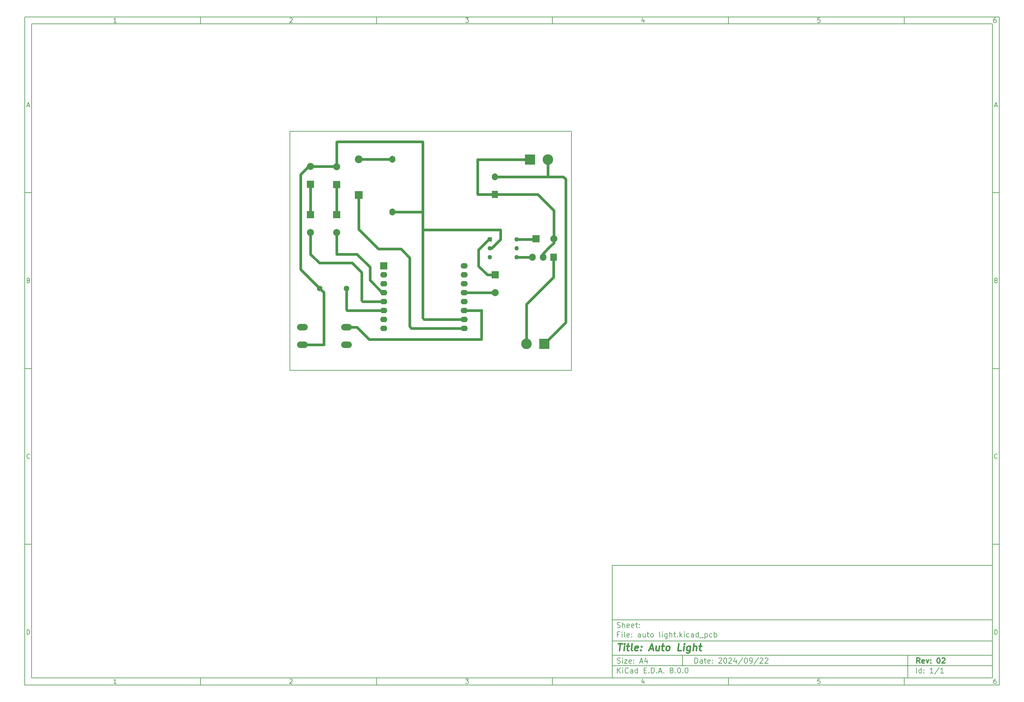
<source format=gbr>
%TF.GenerationSoftware,KiCad,Pcbnew,8.0.0*%
%TF.CreationDate,2024-09-22T00:05:50+06:00*%
%TF.ProjectId,auto light,6175746f-206c-4696-9768-742e6b696361,02*%
%TF.SameCoordinates,Original*%
%TF.FileFunction,Copper,L2,Bot*%
%TF.FilePolarity,Positive*%
%FSLAX46Y46*%
G04 Gerber Fmt 4.6, Leading zero omitted, Abs format (unit mm)*
G04 Created by KiCad (PCBNEW 8.0.0) date 2024-09-22 00:05:50*
%MOMM*%
%LPD*%
G01*
G04 APERTURE LIST*
%ADD10C,0.100000*%
%ADD11C,0.150000*%
%ADD12C,0.300000*%
%ADD13C,0.400000*%
%TA.AperFunction,NonConductor*%
%ADD14C,0.200000*%
%TD*%
%TA.AperFunction,ComponentPad*%
%ADD15R,2.000000X2.000000*%
%TD*%
%TA.AperFunction,ComponentPad*%
%ADD16O,2.000000X1.600000*%
%TD*%
%TA.AperFunction,ComponentPad*%
%ADD17C,2.000000*%
%TD*%
%TA.AperFunction,ComponentPad*%
%ADD18R,2.200000X2.200000*%
%TD*%
%TA.AperFunction,ComponentPad*%
%ADD19O,2.200000X2.200000*%
%TD*%
%TA.AperFunction,ComponentPad*%
%ADD20R,1.905000X2.000000*%
%TD*%
%TA.AperFunction,ComponentPad*%
%ADD21O,1.905000X2.000000*%
%TD*%
%TA.AperFunction,ComponentPad*%
%ADD22R,3.000000X3.000000*%
%TD*%
%TA.AperFunction,ComponentPad*%
%ADD23C,3.000000*%
%TD*%
%TA.AperFunction,ComponentPad*%
%ADD24O,3.048000X1.850000*%
%TD*%
%TA.AperFunction,ComponentPad*%
%ADD25C,1.600000*%
%TD*%
%TA.AperFunction,ComponentPad*%
%ADD26R,1.700000X2.000000*%
%TD*%
%TA.AperFunction,ComponentPad*%
%ADD27O,1.700000X2.000000*%
%TD*%
%TA.AperFunction,ComponentPad*%
%ADD28C,1.260000*%
%TD*%
%TA.AperFunction,ComponentPad*%
%ADD29R,1.260000X1.260000*%
%TD*%
%TA.AperFunction,Conductor*%
%ADD30C,0.760000*%
%TD*%
G04 APERTURE END LIST*
D10*
D11*
X177002200Y-166007200D02*
X285002200Y-166007200D01*
X285002200Y-198007200D01*
X177002200Y-198007200D01*
X177002200Y-166007200D01*
D10*
D11*
X10000000Y-10000000D02*
X287002200Y-10000000D01*
X287002200Y-200007200D01*
X10000000Y-200007200D01*
X10000000Y-10000000D01*
D10*
D11*
X12000000Y-12000000D02*
X285002200Y-12000000D01*
X285002200Y-198007200D01*
X12000000Y-198007200D01*
X12000000Y-12000000D01*
D10*
D11*
X60000000Y-12000000D02*
X60000000Y-10000000D01*
D10*
D11*
X110000000Y-12000000D02*
X110000000Y-10000000D01*
D10*
D11*
X160000000Y-12000000D02*
X160000000Y-10000000D01*
D10*
D11*
X210000000Y-12000000D02*
X210000000Y-10000000D01*
D10*
D11*
X260000000Y-12000000D02*
X260000000Y-10000000D01*
D10*
D11*
X36089160Y-11593604D02*
X35346303Y-11593604D01*
X35717731Y-11593604D02*
X35717731Y-10293604D01*
X35717731Y-10293604D02*
X35593922Y-10479319D01*
X35593922Y-10479319D02*
X35470112Y-10603128D01*
X35470112Y-10603128D02*
X35346303Y-10665033D01*
D10*
D11*
X85346303Y-10417414D02*
X85408207Y-10355509D01*
X85408207Y-10355509D02*
X85532017Y-10293604D01*
X85532017Y-10293604D02*
X85841541Y-10293604D01*
X85841541Y-10293604D02*
X85965350Y-10355509D01*
X85965350Y-10355509D02*
X86027255Y-10417414D01*
X86027255Y-10417414D02*
X86089160Y-10541223D01*
X86089160Y-10541223D02*
X86089160Y-10665033D01*
X86089160Y-10665033D02*
X86027255Y-10850747D01*
X86027255Y-10850747D02*
X85284398Y-11593604D01*
X85284398Y-11593604D02*
X86089160Y-11593604D01*
D10*
D11*
X135284398Y-10293604D02*
X136089160Y-10293604D01*
X136089160Y-10293604D02*
X135655826Y-10788842D01*
X135655826Y-10788842D02*
X135841541Y-10788842D01*
X135841541Y-10788842D02*
X135965350Y-10850747D01*
X135965350Y-10850747D02*
X136027255Y-10912652D01*
X136027255Y-10912652D02*
X136089160Y-11036461D01*
X136089160Y-11036461D02*
X136089160Y-11345985D01*
X136089160Y-11345985D02*
X136027255Y-11469795D01*
X136027255Y-11469795D02*
X135965350Y-11531700D01*
X135965350Y-11531700D02*
X135841541Y-11593604D01*
X135841541Y-11593604D02*
X135470112Y-11593604D01*
X135470112Y-11593604D02*
X135346303Y-11531700D01*
X135346303Y-11531700D02*
X135284398Y-11469795D01*
D10*
D11*
X185965350Y-10726938D02*
X185965350Y-11593604D01*
X185655826Y-10231700D02*
X185346303Y-11160271D01*
X185346303Y-11160271D02*
X186151064Y-11160271D01*
D10*
D11*
X236027255Y-10293604D02*
X235408207Y-10293604D01*
X235408207Y-10293604D02*
X235346303Y-10912652D01*
X235346303Y-10912652D02*
X235408207Y-10850747D01*
X235408207Y-10850747D02*
X235532017Y-10788842D01*
X235532017Y-10788842D02*
X235841541Y-10788842D01*
X235841541Y-10788842D02*
X235965350Y-10850747D01*
X235965350Y-10850747D02*
X236027255Y-10912652D01*
X236027255Y-10912652D02*
X236089160Y-11036461D01*
X236089160Y-11036461D02*
X236089160Y-11345985D01*
X236089160Y-11345985D02*
X236027255Y-11469795D01*
X236027255Y-11469795D02*
X235965350Y-11531700D01*
X235965350Y-11531700D02*
X235841541Y-11593604D01*
X235841541Y-11593604D02*
X235532017Y-11593604D01*
X235532017Y-11593604D02*
X235408207Y-11531700D01*
X235408207Y-11531700D02*
X235346303Y-11469795D01*
D10*
D11*
X285965350Y-10293604D02*
X285717731Y-10293604D01*
X285717731Y-10293604D02*
X285593922Y-10355509D01*
X285593922Y-10355509D02*
X285532017Y-10417414D01*
X285532017Y-10417414D02*
X285408207Y-10603128D01*
X285408207Y-10603128D02*
X285346303Y-10850747D01*
X285346303Y-10850747D02*
X285346303Y-11345985D01*
X285346303Y-11345985D02*
X285408207Y-11469795D01*
X285408207Y-11469795D02*
X285470112Y-11531700D01*
X285470112Y-11531700D02*
X285593922Y-11593604D01*
X285593922Y-11593604D02*
X285841541Y-11593604D01*
X285841541Y-11593604D02*
X285965350Y-11531700D01*
X285965350Y-11531700D02*
X286027255Y-11469795D01*
X286027255Y-11469795D02*
X286089160Y-11345985D01*
X286089160Y-11345985D02*
X286089160Y-11036461D01*
X286089160Y-11036461D02*
X286027255Y-10912652D01*
X286027255Y-10912652D02*
X285965350Y-10850747D01*
X285965350Y-10850747D02*
X285841541Y-10788842D01*
X285841541Y-10788842D02*
X285593922Y-10788842D01*
X285593922Y-10788842D02*
X285470112Y-10850747D01*
X285470112Y-10850747D02*
X285408207Y-10912652D01*
X285408207Y-10912652D02*
X285346303Y-11036461D01*
D10*
D11*
X60000000Y-198007200D02*
X60000000Y-200007200D01*
D10*
D11*
X110000000Y-198007200D02*
X110000000Y-200007200D01*
D10*
D11*
X160000000Y-198007200D02*
X160000000Y-200007200D01*
D10*
D11*
X210000000Y-198007200D02*
X210000000Y-200007200D01*
D10*
D11*
X260000000Y-198007200D02*
X260000000Y-200007200D01*
D10*
D11*
X36089160Y-199600804D02*
X35346303Y-199600804D01*
X35717731Y-199600804D02*
X35717731Y-198300804D01*
X35717731Y-198300804D02*
X35593922Y-198486519D01*
X35593922Y-198486519D02*
X35470112Y-198610328D01*
X35470112Y-198610328D02*
X35346303Y-198672233D01*
D10*
D11*
X85346303Y-198424614D02*
X85408207Y-198362709D01*
X85408207Y-198362709D02*
X85532017Y-198300804D01*
X85532017Y-198300804D02*
X85841541Y-198300804D01*
X85841541Y-198300804D02*
X85965350Y-198362709D01*
X85965350Y-198362709D02*
X86027255Y-198424614D01*
X86027255Y-198424614D02*
X86089160Y-198548423D01*
X86089160Y-198548423D02*
X86089160Y-198672233D01*
X86089160Y-198672233D02*
X86027255Y-198857947D01*
X86027255Y-198857947D02*
X85284398Y-199600804D01*
X85284398Y-199600804D02*
X86089160Y-199600804D01*
D10*
D11*
X135284398Y-198300804D02*
X136089160Y-198300804D01*
X136089160Y-198300804D02*
X135655826Y-198796042D01*
X135655826Y-198796042D02*
X135841541Y-198796042D01*
X135841541Y-198796042D02*
X135965350Y-198857947D01*
X135965350Y-198857947D02*
X136027255Y-198919852D01*
X136027255Y-198919852D02*
X136089160Y-199043661D01*
X136089160Y-199043661D02*
X136089160Y-199353185D01*
X136089160Y-199353185D02*
X136027255Y-199476995D01*
X136027255Y-199476995D02*
X135965350Y-199538900D01*
X135965350Y-199538900D02*
X135841541Y-199600804D01*
X135841541Y-199600804D02*
X135470112Y-199600804D01*
X135470112Y-199600804D02*
X135346303Y-199538900D01*
X135346303Y-199538900D02*
X135284398Y-199476995D01*
D10*
D11*
X185965350Y-198734138D02*
X185965350Y-199600804D01*
X185655826Y-198238900D02*
X185346303Y-199167471D01*
X185346303Y-199167471D02*
X186151064Y-199167471D01*
D10*
D11*
X236027255Y-198300804D02*
X235408207Y-198300804D01*
X235408207Y-198300804D02*
X235346303Y-198919852D01*
X235346303Y-198919852D02*
X235408207Y-198857947D01*
X235408207Y-198857947D02*
X235532017Y-198796042D01*
X235532017Y-198796042D02*
X235841541Y-198796042D01*
X235841541Y-198796042D02*
X235965350Y-198857947D01*
X235965350Y-198857947D02*
X236027255Y-198919852D01*
X236027255Y-198919852D02*
X236089160Y-199043661D01*
X236089160Y-199043661D02*
X236089160Y-199353185D01*
X236089160Y-199353185D02*
X236027255Y-199476995D01*
X236027255Y-199476995D02*
X235965350Y-199538900D01*
X235965350Y-199538900D02*
X235841541Y-199600804D01*
X235841541Y-199600804D02*
X235532017Y-199600804D01*
X235532017Y-199600804D02*
X235408207Y-199538900D01*
X235408207Y-199538900D02*
X235346303Y-199476995D01*
D10*
D11*
X285965350Y-198300804D02*
X285717731Y-198300804D01*
X285717731Y-198300804D02*
X285593922Y-198362709D01*
X285593922Y-198362709D02*
X285532017Y-198424614D01*
X285532017Y-198424614D02*
X285408207Y-198610328D01*
X285408207Y-198610328D02*
X285346303Y-198857947D01*
X285346303Y-198857947D02*
X285346303Y-199353185D01*
X285346303Y-199353185D02*
X285408207Y-199476995D01*
X285408207Y-199476995D02*
X285470112Y-199538900D01*
X285470112Y-199538900D02*
X285593922Y-199600804D01*
X285593922Y-199600804D02*
X285841541Y-199600804D01*
X285841541Y-199600804D02*
X285965350Y-199538900D01*
X285965350Y-199538900D02*
X286027255Y-199476995D01*
X286027255Y-199476995D02*
X286089160Y-199353185D01*
X286089160Y-199353185D02*
X286089160Y-199043661D01*
X286089160Y-199043661D02*
X286027255Y-198919852D01*
X286027255Y-198919852D02*
X285965350Y-198857947D01*
X285965350Y-198857947D02*
X285841541Y-198796042D01*
X285841541Y-198796042D02*
X285593922Y-198796042D01*
X285593922Y-198796042D02*
X285470112Y-198857947D01*
X285470112Y-198857947D02*
X285408207Y-198919852D01*
X285408207Y-198919852D02*
X285346303Y-199043661D01*
D10*
D11*
X10000000Y-60000000D02*
X12000000Y-60000000D01*
D10*
D11*
X10000000Y-110000000D02*
X12000000Y-110000000D01*
D10*
D11*
X10000000Y-160000000D02*
X12000000Y-160000000D01*
D10*
D11*
X10690476Y-35222176D02*
X11309523Y-35222176D01*
X10566666Y-35593604D02*
X10999999Y-34293604D01*
X10999999Y-34293604D02*
X11433333Y-35593604D01*
D10*
D11*
X11092857Y-84912652D02*
X11278571Y-84974557D01*
X11278571Y-84974557D02*
X11340476Y-85036461D01*
X11340476Y-85036461D02*
X11402380Y-85160271D01*
X11402380Y-85160271D02*
X11402380Y-85345985D01*
X11402380Y-85345985D02*
X11340476Y-85469795D01*
X11340476Y-85469795D02*
X11278571Y-85531700D01*
X11278571Y-85531700D02*
X11154761Y-85593604D01*
X11154761Y-85593604D02*
X10659523Y-85593604D01*
X10659523Y-85593604D02*
X10659523Y-84293604D01*
X10659523Y-84293604D02*
X11092857Y-84293604D01*
X11092857Y-84293604D02*
X11216666Y-84355509D01*
X11216666Y-84355509D02*
X11278571Y-84417414D01*
X11278571Y-84417414D02*
X11340476Y-84541223D01*
X11340476Y-84541223D02*
X11340476Y-84665033D01*
X11340476Y-84665033D02*
X11278571Y-84788842D01*
X11278571Y-84788842D02*
X11216666Y-84850747D01*
X11216666Y-84850747D02*
X11092857Y-84912652D01*
X11092857Y-84912652D02*
X10659523Y-84912652D01*
D10*
D11*
X11402380Y-135469795D02*
X11340476Y-135531700D01*
X11340476Y-135531700D02*
X11154761Y-135593604D01*
X11154761Y-135593604D02*
X11030952Y-135593604D01*
X11030952Y-135593604D02*
X10845238Y-135531700D01*
X10845238Y-135531700D02*
X10721428Y-135407890D01*
X10721428Y-135407890D02*
X10659523Y-135284080D01*
X10659523Y-135284080D02*
X10597619Y-135036461D01*
X10597619Y-135036461D02*
X10597619Y-134850747D01*
X10597619Y-134850747D02*
X10659523Y-134603128D01*
X10659523Y-134603128D02*
X10721428Y-134479319D01*
X10721428Y-134479319D02*
X10845238Y-134355509D01*
X10845238Y-134355509D02*
X11030952Y-134293604D01*
X11030952Y-134293604D02*
X11154761Y-134293604D01*
X11154761Y-134293604D02*
X11340476Y-134355509D01*
X11340476Y-134355509D02*
X11402380Y-134417414D01*
D10*
D11*
X10659523Y-185593604D02*
X10659523Y-184293604D01*
X10659523Y-184293604D02*
X10969047Y-184293604D01*
X10969047Y-184293604D02*
X11154761Y-184355509D01*
X11154761Y-184355509D02*
X11278571Y-184479319D01*
X11278571Y-184479319D02*
X11340476Y-184603128D01*
X11340476Y-184603128D02*
X11402380Y-184850747D01*
X11402380Y-184850747D02*
X11402380Y-185036461D01*
X11402380Y-185036461D02*
X11340476Y-185284080D01*
X11340476Y-185284080D02*
X11278571Y-185407890D01*
X11278571Y-185407890D02*
X11154761Y-185531700D01*
X11154761Y-185531700D02*
X10969047Y-185593604D01*
X10969047Y-185593604D02*
X10659523Y-185593604D01*
D10*
D11*
X287002200Y-60000000D02*
X285002200Y-60000000D01*
D10*
D11*
X287002200Y-110000000D02*
X285002200Y-110000000D01*
D10*
D11*
X287002200Y-160000000D02*
X285002200Y-160000000D01*
D10*
D11*
X285692676Y-35222176D02*
X286311723Y-35222176D01*
X285568866Y-35593604D02*
X286002199Y-34293604D01*
X286002199Y-34293604D02*
X286435533Y-35593604D01*
D10*
D11*
X286095057Y-84912652D02*
X286280771Y-84974557D01*
X286280771Y-84974557D02*
X286342676Y-85036461D01*
X286342676Y-85036461D02*
X286404580Y-85160271D01*
X286404580Y-85160271D02*
X286404580Y-85345985D01*
X286404580Y-85345985D02*
X286342676Y-85469795D01*
X286342676Y-85469795D02*
X286280771Y-85531700D01*
X286280771Y-85531700D02*
X286156961Y-85593604D01*
X286156961Y-85593604D02*
X285661723Y-85593604D01*
X285661723Y-85593604D02*
X285661723Y-84293604D01*
X285661723Y-84293604D02*
X286095057Y-84293604D01*
X286095057Y-84293604D02*
X286218866Y-84355509D01*
X286218866Y-84355509D02*
X286280771Y-84417414D01*
X286280771Y-84417414D02*
X286342676Y-84541223D01*
X286342676Y-84541223D02*
X286342676Y-84665033D01*
X286342676Y-84665033D02*
X286280771Y-84788842D01*
X286280771Y-84788842D02*
X286218866Y-84850747D01*
X286218866Y-84850747D02*
X286095057Y-84912652D01*
X286095057Y-84912652D02*
X285661723Y-84912652D01*
D10*
D11*
X286404580Y-135469795D02*
X286342676Y-135531700D01*
X286342676Y-135531700D02*
X286156961Y-135593604D01*
X286156961Y-135593604D02*
X286033152Y-135593604D01*
X286033152Y-135593604D02*
X285847438Y-135531700D01*
X285847438Y-135531700D02*
X285723628Y-135407890D01*
X285723628Y-135407890D02*
X285661723Y-135284080D01*
X285661723Y-135284080D02*
X285599819Y-135036461D01*
X285599819Y-135036461D02*
X285599819Y-134850747D01*
X285599819Y-134850747D02*
X285661723Y-134603128D01*
X285661723Y-134603128D02*
X285723628Y-134479319D01*
X285723628Y-134479319D02*
X285847438Y-134355509D01*
X285847438Y-134355509D02*
X286033152Y-134293604D01*
X286033152Y-134293604D02*
X286156961Y-134293604D01*
X286156961Y-134293604D02*
X286342676Y-134355509D01*
X286342676Y-134355509D02*
X286404580Y-134417414D01*
D10*
D11*
X285661723Y-185593604D02*
X285661723Y-184293604D01*
X285661723Y-184293604D02*
X285971247Y-184293604D01*
X285971247Y-184293604D02*
X286156961Y-184355509D01*
X286156961Y-184355509D02*
X286280771Y-184479319D01*
X286280771Y-184479319D02*
X286342676Y-184603128D01*
X286342676Y-184603128D02*
X286404580Y-184850747D01*
X286404580Y-184850747D02*
X286404580Y-185036461D01*
X286404580Y-185036461D02*
X286342676Y-185284080D01*
X286342676Y-185284080D02*
X286280771Y-185407890D01*
X286280771Y-185407890D02*
X286156961Y-185531700D01*
X286156961Y-185531700D02*
X285971247Y-185593604D01*
X285971247Y-185593604D02*
X285661723Y-185593604D01*
D10*
D11*
X200458026Y-193793328D02*
X200458026Y-192293328D01*
X200458026Y-192293328D02*
X200815169Y-192293328D01*
X200815169Y-192293328D02*
X201029455Y-192364757D01*
X201029455Y-192364757D02*
X201172312Y-192507614D01*
X201172312Y-192507614D02*
X201243741Y-192650471D01*
X201243741Y-192650471D02*
X201315169Y-192936185D01*
X201315169Y-192936185D02*
X201315169Y-193150471D01*
X201315169Y-193150471D02*
X201243741Y-193436185D01*
X201243741Y-193436185D02*
X201172312Y-193579042D01*
X201172312Y-193579042D02*
X201029455Y-193721900D01*
X201029455Y-193721900D02*
X200815169Y-193793328D01*
X200815169Y-193793328D02*
X200458026Y-193793328D01*
X202600884Y-193793328D02*
X202600884Y-193007614D01*
X202600884Y-193007614D02*
X202529455Y-192864757D01*
X202529455Y-192864757D02*
X202386598Y-192793328D01*
X202386598Y-192793328D02*
X202100884Y-192793328D01*
X202100884Y-192793328D02*
X201958026Y-192864757D01*
X202600884Y-193721900D02*
X202458026Y-193793328D01*
X202458026Y-193793328D02*
X202100884Y-193793328D01*
X202100884Y-193793328D02*
X201958026Y-193721900D01*
X201958026Y-193721900D02*
X201886598Y-193579042D01*
X201886598Y-193579042D02*
X201886598Y-193436185D01*
X201886598Y-193436185D02*
X201958026Y-193293328D01*
X201958026Y-193293328D02*
X202100884Y-193221900D01*
X202100884Y-193221900D02*
X202458026Y-193221900D01*
X202458026Y-193221900D02*
X202600884Y-193150471D01*
X203100884Y-192793328D02*
X203672312Y-192793328D01*
X203315169Y-192293328D02*
X203315169Y-193579042D01*
X203315169Y-193579042D02*
X203386598Y-193721900D01*
X203386598Y-193721900D02*
X203529455Y-193793328D01*
X203529455Y-193793328D02*
X203672312Y-193793328D01*
X204743741Y-193721900D02*
X204600884Y-193793328D01*
X204600884Y-193793328D02*
X204315170Y-193793328D01*
X204315170Y-193793328D02*
X204172312Y-193721900D01*
X204172312Y-193721900D02*
X204100884Y-193579042D01*
X204100884Y-193579042D02*
X204100884Y-193007614D01*
X204100884Y-193007614D02*
X204172312Y-192864757D01*
X204172312Y-192864757D02*
X204315170Y-192793328D01*
X204315170Y-192793328D02*
X204600884Y-192793328D01*
X204600884Y-192793328D02*
X204743741Y-192864757D01*
X204743741Y-192864757D02*
X204815170Y-193007614D01*
X204815170Y-193007614D02*
X204815170Y-193150471D01*
X204815170Y-193150471D02*
X204100884Y-193293328D01*
X205458026Y-193650471D02*
X205529455Y-193721900D01*
X205529455Y-193721900D02*
X205458026Y-193793328D01*
X205458026Y-193793328D02*
X205386598Y-193721900D01*
X205386598Y-193721900D02*
X205458026Y-193650471D01*
X205458026Y-193650471D02*
X205458026Y-193793328D01*
X205458026Y-192864757D02*
X205529455Y-192936185D01*
X205529455Y-192936185D02*
X205458026Y-193007614D01*
X205458026Y-193007614D02*
X205386598Y-192936185D01*
X205386598Y-192936185D02*
X205458026Y-192864757D01*
X205458026Y-192864757D02*
X205458026Y-193007614D01*
X207243741Y-192436185D02*
X207315169Y-192364757D01*
X207315169Y-192364757D02*
X207458027Y-192293328D01*
X207458027Y-192293328D02*
X207815169Y-192293328D01*
X207815169Y-192293328D02*
X207958027Y-192364757D01*
X207958027Y-192364757D02*
X208029455Y-192436185D01*
X208029455Y-192436185D02*
X208100884Y-192579042D01*
X208100884Y-192579042D02*
X208100884Y-192721900D01*
X208100884Y-192721900D02*
X208029455Y-192936185D01*
X208029455Y-192936185D02*
X207172312Y-193793328D01*
X207172312Y-193793328D02*
X208100884Y-193793328D01*
X209029455Y-192293328D02*
X209172312Y-192293328D01*
X209172312Y-192293328D02*
X209315169Y-192364757D01*
X209315169Y-192364757D02*
X209386598Y-192436185D01*
X209386598Y-192436185D02*
X209458026Y-192579042D01*
X209458026Y-192579042D02*
X209529455Y-192864757D01*
X209529455Y-192864757D02*
X209529455Y-193221900D01*
X209529455Y-193221900D02*
X209458026Y-193507614D01*
X209458026Y-193507614D02*
X209386598Y-193650471D01*
X209386598Y-193650471D02*
X209315169Y-193721900D01*
X209315169Y-193721900D02*
X209172312Y-193793328D01*
X209172312Y-193793328D02*
X209029455Y-193793328D01*
X209029455Y-193793328D02*
X208886598Y-193721900D01*
X208886598Y-193721900D02*
X208815169Y-193650471D01*
X208815169Y-193650471D02*
X208743740Y-193507614D01*
X208743740Y-193507614D02*
X208672312Y-193221900D01*
X208672312Y-193221900D02*
X208672312Y-192864757D01*
X208672312Y-192864757D02*
X208743740Y-192579042D01*
X208743740Y-192579042D02*
X208815169Y-192436185D01*
X208815169Y-192436185D02*
X208886598Y-192364757D01*
X208886598Y-192364757D02*
X209029455Y-192293328D01*
X210100883Y-192436185D02*
X210172311Y-192364757D01*
X210172311Y-192364757D02*
X210315169Y-192293328D01*
X210315169Y-192293328D02*
X210672311Y-192293328D01*
X210672311Y-192293328D02*
X210815169Y-192364757D01*
X210815169Y-192364757D02*
X210886597Y-192436185D01*
X210886597Y-192436185D02*
X210958026Y-192579042D01*
X210958026Y-192579042D02*
X210958026Y-192721900D01*
X210958026Y-192721900D02*
X210886597Y-192936185D01*
X210886597Y-192936185D02*
X210029454Y-193793328D01*
X210029454Y-193793328D02*
X210958026Y-193793328D01*
X212243740Y-192793328D02*
X212243740Y-193793328D01*
X211886597Y-192221900D02*
X211529454Y-193293328D01*
X211529454Y-193293328D02*
X212458025Y-193293328D01*
X214100882Y-192221900D02*
X212815168Y-194150471D01*
X214886597Y-192293328D02*
X215029454Y-192293328D01*
X215029454Y-192293328D02*
X215172311Y-192364757D01*
X215172311Y-192364757D02*
X215243740Y-192436185D01*
X215243740Y-192436185D02*
X215315168Y-192579042D01*
X215315168Y-192579042D02*
X215386597Y-192864757D01*
X215386597Y-192864757D02*
X215386597Y-193221900D01*
X215386597Y-193221900D02*
X215315168Y-193507614D01*
X215315168Y-193507614D02*
X215243740Y-193650471D01*
X215243740Y-193650471D02*
X215172311Y-193721900D01*
X215172311Y-193721900D02*
X215029454Y-193793328D01*
X215029454Y-193793328D02*
X214886597Y-193793328D01*
X214886597Y-193793328D02*
X214743740Y-193721900D01*
X214743740Y-193721900D02*
X214672311Y-193650471D01*
X214672311Y-193650471D02*
X214600882Y-193507614D01*
X214600882Y-193507614D02*
X214529454Y-193221900D01*
X214529454Y-193221900D02*
X214529454Y-192864757D01*
X214529454Y-192864757D02*
X214600882Y-192579042D01*
X214600882Y-192579042D02*
X214672311Y-192436185D01*
X214672311Y-192436185D02*
X214743740Y-192364757D01*
X214743740Y-192364757D02*
X214886597Y-192293328D01*
X216100882Y-193793328D02*
X216386596Y-193793328D01*
X216386596Y-193793328D02*
X216529453Y-193721900D01*
X216529453Y-193721900D02*
X216600882Y-193650471D01*
X216600882Y-193650471D02*
X216743739Y-193436185D01*
X216743739Y-193436185D02*
X216815168Y-193150471D01*
X216815168Y-193150471D02*
X216815168Y-192579042D01*
X216815168Y-192579042D02*
X216743739Y-192436185D01*
X216743739Y-192436185D02*
X216672311Y-192364757D01*
X216672311Y-192364757D02*
X216529453Y-192293328D01*
X216529453Y-192293328D02*
X216243739Y-192293328D01*
X216243739Y-192293328D02*
X216100882Y-192364757D01*
X216100882Y-192364757D02*
X216029453Y-192436185D01*
X216029453Y-192436185D02*
X215958025Y-192579042D01*
X215958025Y-192579042D02*
X215958025Y-192936185D01*
X215958025Y-192936185D02*
X216029453Y-193079042D01*
X216029453Y-193079042D02*
X216100882Y-193150471D01*
X216100882Y-193150471D02*
X216243739Y-193221900D01*
X216243739Y-193221900D02*
X216529453Y-193221900D01*
X216529453Y-193221900D02*
X216672311Y-193150471D01*
X216672311Y-193150471D02*
X216743739Y-193079042D01*
X216743739Y-193079042D02*
X216815168Y-192936185D01*
X218529453Y-192221900D02*
X217243739Y-194150471D01*
X218958025Y-192436185D02*
X219029453Y-192364757D01*
X219029453Y-192364757D02*
X219172311Y-192293328D01*
X219172311Y-192293328D02*
X219529453Y-192293328D01*
X219529453Y-192293328D02*
X219672311Y-192364757D01*
X219672311Y-192364757D02*
X219743739Y-192436185D01*
X219743739Y-192436185D02*
X219815168Y-192579042D01*
X219815168Y-192579042D02*
X219815168Y-192721900D01*
X219815168Y-192721900D02*
X219743739Y-192936185D01*
X219743739Y-192936185D02*
X218886596Y-193793328D01*
X218886596Y-193793328D02*
X219815168Y-193793328D01*
X220386596Y-192436185D02*
X220458024Y-192364757D01*
X220458024Y-192364757D02*
X220600882Y-192293328D01*
X220600882Y-192293328D02*
X220958024Y-192293328D01*
X220958024Y-192293328D02*
X221100882Y-192364757D01*
X221100882Y-192364757D02*
X221172310Y-192436185D01*
X221172310Y-192436185D02*
X221243739Y-192579042D01*
X221243739Y-192579042D02*
X221243739Y-192721900D01*
X221243739Y-192721900D02*
X221172310Y-192936185D01*
X221172310Y-192936185D02*
X220315167Y-193793328D01*
X220315167Y-193793328D02*
X221243739Y-193793328D01*
D10*
D11*
X177002200Y-194507200D02*
X285002200Y-194507200D01*
D10*
D11*
X178458026Y-196593328D02*
X178458026Y-195093328D01*
X179315169Y-196593328D02*
X178672312Y-195736185D01*
X179315169Y-195093328D02*
X178458026Y-195950471D01*
X179958026Y-196593328D02*
X179958026Y-195593328D01*
X179958026Y-195093328D02*
X179886598Y-195164757D01*
X179886598Y-195164757D02*
X179958026Y-195236185D01*
X179958026Y-195236185D02*
X180029455Y-195164757D01*
X180029455Y-195164757D02*
X179958026Y-195093328D01*
X179958026Y-195093328D02*
X179958026Y-195236185D01*
X181529455Y-196450471D02*
X181458027Y-196521900D01*
X181458027Y-196521900D02*
X181243741Y-196593328D01*
X181243741Y-196593328D02*
X181100884Y-196593328D01*
X181100884Y-196593328D02*
X180886598Y-196521900D01*
X180886598Y-196521900D02*
X180743741Y-196379042D01*
X180743741Y-196379042D02*
X180672312Y-196236185D01*
X180672312Y-196236185D02*
X180600884Y-195950471D01*
X180600884Y-195950471D02*
X180600884Y-195736185D01*
X180600884Y-195736185D02*
X180672312Y-195450471D01*
X180672312Y-195450471D02*
X180743741Y-195307614D01*
X180743741Y-195307614D02*
X180886598Y-195164757D01*
X180886598Y-195164757D02*
X181100884Y-195093328D01*
X181100884Y-195093328D02*
X181243741Y-195093328D01*
X181243741Y-195093328D02*
X181458027Y-195164757D01*
X181458027Y-195164757D02*
X181529455Y-195236185D01*
X182815170Y-196593328D02*
X182815170Y-195807614D01*
X182815170Y-195807614D02*
X182743741Y-195664757D01*
X182743741Y-195664757D02*
X182600884Y-195593328D01*
X182600884Y-195593328D02*
X182315170Y-195593328D01*
X182315170Y-195593328D02*
X182172312Y-195664757D01*
X182815170Y-196521900D02*
X182672312Y-196593328D01*
X182672312Y-196593328D02*
X182315170Y-196593328D01*
X182315170Y-196593328D02*
X182172312Y-196521900D01*
X182172312Y-196521900D02*
X182100884Y-196379042D01*
X182100884Y-196379042D02*
X182100884Y-196236185D01*
X182100884Y-196236185D02*
X182172312Y-196093328D01*
X182172312Y-196093328D02*
X182315170Y-196021900D01*
X182315170Y-196021900D02*
X182672312Y-196021900D01*
X182672312Y-196021900D02*
X182815170Y-195950471D01*
X184172313Y-196593328D02*
X184172313Y-195093328D01*
X184172313Y-196521900D02*
X184029455Y-196593328D01*
X184029455Y-196593328D02*
X183743741Y-196593328D01*
X183743741Y-196593328D02*
X183600884Y-196521900D01*
X183600884Y-196521900D02*
X183529455Y-196450471D01*
X183529455Y-196450471D02*
X183458027Y-196307614D01*
X183458027Y-196307614D02*
X183458027Y-195879042D01*
X183458027Y-195879042D02*
X183529455Y-195736185D01*
X183529455Y-195736185D02*
X183600884Y-195664757D01*
X183600884Y-195664757D02*
X183743741Y-195593328D01*
X183743741Y-195593328D02*
X184029455Y-195593328D01*
X184029455Y-195593328D02*
X184172313Y-195664757D01*
X186029455Y-195807614D02*
X186529455Y-195807614D01*
X186743741Y-196593328D02*
X186029455Y-196593328D01*
X186029455Y-196593328D02*
X186029455Y-195093328D01*
X186029455Y-195093328D02*
X186743741Y-195093328D01*
X187386598Y-196450471D02*
X187458027Y-196521900D01*
X187458027Y-196521900D02*
X187386598Y-196593328D01*
X187386598Y-196593328D02*
X187315170Y-196521900D01*
X187315170Y-196521900D02*
X187386598Y-196450471D01*
X187386598Y-196450471D02*
X187386598Y-196593328D01*
X188100884Y-196593328D02*
X188100884Y-195093328D01*
X188100884Y-195093328D02*
X188458027Y-195093328D01*
X188458027Y-195093328D02*
X188672313Y-195164757D01*
X188672313Y-195164757D02*
X188815170Y-195307614D01*
X188815170Y-195307614D02*
X188886599Y-195450471D01*
X188886599Y-195450471D02*
X188958027Y-195736185D01*
X188958027Y-195736185D02*
X188958027Y-195950471D01*
X188958027Y-195950471D02*
X188886599Y-196236185D01*
X188886599Y-196236185D02*
X188815170Y-196379042D01*
X188815170Y-196379042D02*
X188672313Y-196521900D01*
X188672313Y-196521900D02*
X188458027Y-196593328D01*
X188458027Y-196593328D02*
X188100884Y-196593328D01*
X189600884Y-196450471D02*
X189672313Y-196521900D01*
X189672313Y-196521900D02*
X189600884Y-196593328D01*
X189600884Y-196593328D02*
X189529456Y-196521900D01*
X189529456Y-196521900D02*
X189600884Y-196450471D01*
X189600884Y-196450471D02*
X189600884Y-196593328D01*
X190243742Y-196164757D02*
X190958028Y-196164757D01*
X190100885Y-196593328D02*
X190600885Y-195093328D01*
X190600885Y-195093328D02*
X191100885Y-196593328D01*
X191600884Y-196450471D02*
X191672313Y-196521900D01*
X191672313Y-196521900D02*
X191600884Y-196593328D01*
X191600884Y-196593328D02*
X191529456Y-196521900D01*
X191529456Y-196521900D02*
X191600884Y-196450471D01*
X191600884Y-196450471D02*
X191600884Y-196593328D01*
X193672313Y-195736185D02*
X193529456Y-195664757D01*
X193529456Y-195664757D02*
X193458027Y-195593328D01*
X193458027Y-195593328D02*
X193386599Y-195450471D01*
X193386599Y-195450471D02*
X193386599Y-195379042D01*
X193386599Y-195379042D02*
X193458027Y-195236185D01*
X193458027Y-195236185D02*
X193529456Y-195164757D01*
X193529456Y-195164757D02*
X193672313Y-195093328D01*
X193672313Y-195093328D02*
X193958027Y-195093328D01*
X193958027Y-195093328D02*
X194100885Y-195164757D01*
X194100885Y-195164757D02*
X194172313Y-195236185D01*
X194172313Y-195236185D02*
X194243742Y-195379042D01*
X194243742Y-195379042D02*
X194243742Y-195450471D01*
X194243742Y-195450471D02*
X194172313Y-195593328D01*
X194172313Y-195593328D02*
X194100885Y-195664757D01*
X194100885Y-195664757D02*
X193958027Y-195736185D01*
X193958027Y-195736185D02*
X193672313Y-195736185D01*
X193672313Y-195736185D02*
X193529456Y-195807614D01*
X193529456Y-195807614D02*
X193458027Y-195879042D01*
X193458027Y-195879042D02*
X193386599Y-196021900D01*
X193386599Y-196021900D02*
X193386599Y-196307614D01*
X193386599Y-196307614D02*
X193458027Y-196450471D01*
X193458027Y-196450471D02*
X193529456Y-196521900D01*
X193529456Y-196521900D02*
X193672313Y-196593328D01*
X193672313Y-196593328D02*
X193958027Y-196593328D01*
X193958027Y-196593328D02*
X194100885Y-196521900D01*
X194100885Y-196521900D02*
X194172313Y-196450471D01*
X194172313Y-196450471D02*
X194243742Y-196307614D01*
X194243742Y-196307614D02*
X194243742Y-196021900D01*
X194243742Y-196021900D02*
X194172313Y-195879042D01*
X194172313Y-195879042D02*
X194100885Y-195807614D01*
X194100885Y-195807614D02*
X193958027Y-195736185D01*
X194886598Y-196450471D02*
X194958027Y-196521900D01*
X194958027Y-196521900D02*
X194886598Y-196593328D01*
X194886598Y-196593328D02*
X194815170Y-196521900D01*
X194815170Y-196521900D02*
X194886598Y-196450471D01*
X194886598Y-196450471D02*
X194886598Y-196593328D01*
X195886599Y-195093328D02*
X196029456Y-195093328D01*
X196029456Y-195093328D02*
X196172313Y-195164757D01*
X196172313Y-195164757D02*
X196243742Y-195236185D01*
X196243742Y-195236185D02*
X196315170Y-195379042D01*
X196315170Y-195379042D02*
X196386599Y-195664757D01*
X196386599Y-195664757D02*
X196386599Y-196021900D01*
X196386599Y-196021900D02*
X196315170Y-196307614D01*
X196315170Y-196307614D02*
X196243742Y-196450471D01*
X196243742Y-196450471D02*
X196172313Y-196521900D01*
X196172313Y-196521900D02*
X196029456Y-196593328D01*
X196029456Y-196593328D02*
X195886599Y-196593328D01*
X195886599Y-196593328D02*
X195743742Y-196521900D01*
X195743742Y-196521900D02*
X195672313Y-196450471D01*
X195672313Y-196450471D02*
X195600884Y-196307614D01*
X195600884Y-196307614D02*
X195529456Y-196021900D01*
X195529456Y-196021900D02*
X195529456Y-195664757D01*
X195529456Y-195664757D02*
X195600884Y-195379042D01*
X195600884Y-195379042D02*
X195672313Y-195236185D01*
X195672313Y-195236185D02*
X195743742Y-195164757D01*
X195743742Y-195164757D02*
X195886599Y-195093328D01*
X197029455Y-196450471D02*
X197100884Y-196521900D01*
X197100884Y-196521900D02*
X197029455Y-196593328D01*
X197029455Y-196593328D02*
X196958027Y-196521900D01*
X196958027Y-196521900D02*
X197029455Y-196450471D01*
X197029455Y-196450471D02*
X197029455Y-196593328D01*
X198029456Y-195093328D02*
X198172313Y-195093328D01*
X198172313Y-195093328D02*
X198315170Y-195164757D01*
X198315170Y-195164757D02*
X198386599Y-195236185D01*
X198386599Y-195236185D02*
X198458027Y-195379042D01*
X198458027Y-195379042D02*
X198529456Y-195664757D01*
X198529456Y-195664757D02*
X198529456Y-196021900D01*
X198529456Y-196021900D02*
X198458027Y-196307614D01*
X198458027Y-196307614D02*
X198386599Y-196450471D01*
X198386599Y-196450471D02*
X198315170Y-196521900D01*
X198315170Y-196521900D02*
X198172313Y-196593328D01*
X198172313Y-196593328D02*
X198029456Y-196593328D01*
X198029456Y-196593328D02*
X197886599Y-196521900D01*
X197886599Y-196521900D02*
X197815170Y-196450471D01*
X197815170Y-196450471D02*
X197743741Y-196307614D01*
X197743741Y-196307614D02*
X197672313Y-196021900D01*
X197672313Y-196021900D02*
X197672313Y-195664757D01*
X197672313Y-195664757D02*
X197743741Y-195379042D01*
X197743741Y-195379042D02*
X197815170Y-195236185D01*
X197815170Y-195236185D02*
X197886599Y-195164757D01*
X197886599Y-195164757D02*
X198029456Y-195093328D01*
D10*
D11*
X177002200Y-191507200D02*
X285002200Y-191507200D01*
D10*
D12*
X264413853Y-193785528D02*
X263913853Y-193071242D01*
X263556710Y-193785528D02*
X263556710Y-192285528D01*
X263556710Y-192285528D02*
X264128139Y-192285528D01*
X264128139Y-192285528D02*
X264270996Y-192356957D01*
X264270996Y-192356957D02*
X264342425Y-192428385D01*
X264342425Y-192428385D02*
X264413853Y-192571242D01*
X264413853Y-192571242D02*
X264413853Y-192785528D01*
X264413853Y-192785528D02*
X264342425Y-192928385D01*
X264342425Y-192928385D02*
X264270996Y-192999814D01*
X264270996Y-192999814D02*
X264128139Y-193071242D01*
X264128139Y-193071242D02*
X263556710Y-193071242D01*
X265628139Y-193714100D02*
X265485282Y-193785528D01*
X265485282Y-193785528D02*
X265199568Y-193785528D01*
X265199568Y-193785528D02*
X265056710Y-193714100D01*
X265056710Y-193714100D02*
X264985282Y-193571242D01*
X264985282Y-193571242D02*
X264985282Y-192999814D01*
X264985282Y-192999814D02*
X265056710Y-192856957D01*
X265056710Y-192856957D02*
X265199568Y-192785528D01*
X265199568Y-192785528D02*
X265485282Y-192785528D01*
X265485282Y-192785528D02*
X265628139Y-192856957D01*
X265628139Y-192856957D02*
X265699568Y-192999814D01*
X265699568Y-192999814D02*
X265699568Y-193142671D01*
X265699568Y-193142671D02*
X264985282Y-193285528D01*
X266199567Y-192785528D02*
X266556710Y-193785528D01*
X266556710Y-193785528D02*
X266913853Y-192785528D01*
X267485281Y-193642671D02*
X267556710Y-193714100D01*
X267556710Y-193714100D02*
X267485281Y-193785528D01*
X267485281Y-193785528D02*
X267413853Y-193714100D01*
X267413853Y-193714100D02*
X267485281Y-193642671D01*
X267485281Y-193642671D02*
X267485281Y-193785528D01*
X267485281Y-192856957D02*
X267556710Y-192928385D01*
X267556710Y-192928385D02*
X267485281Y-192999814D01*
X267485281Y-192999814D02*
X267413853Y-192928385D01*
X267413853Y-192928385D02*
X267485281Y-192856957D01*
X267485281Y-192856957D02*
X267485281Y-192999814D01*
X269628139Y-192285528D02*
X269770996Y-192285528D01*
X269770996Y-192285528D02*
X269913853Y-192356957D01*
X269913853Y-192356957D02*
X269985282Y-192428385D01*
X269985282Y-192428385D02*
X270056710Y-192571242D01*
X270056710Y-192571242D02*
X270128139Y-192856957D01*
X270128139Y-192856957D02*
X270128139Y-193214100D01*
X270128139Y-193214100D02*
X270056710Y-193499814D01*
X270056710Y-193499814D02*
X269985282Y-193642671D01*
X269985282Y-193642671D02*
X269913853Y-193714100D01*
X269913853Y-193714100D02*
X269770996Y-193785528D01*
X269770996Y-193785528D02*
X269628139Y-193785528D01*
X269628139Y-193785528D02*
X269485282Y-193714100D01*
X269485282Y-193714100D02*
X269413853Y-193642671D01*
X269413853Y-193642671D02*
X269342424Y-193499814D01*
X269342424Y-193499814D02*
X269270996Y-193214100D01*
X269270996Y-193214100D02*
X269270996Y-192856957D01*
X269270996Y-192856957D02*
X269342424Y-192571242D01*
X269342424Y-192571242D02*
X269413853Y-192428385D01*
X269413853Y-192428385D02*
X269485282Y-192356957D01*
X269485282Y-192356957D02*
X269628139Y-192285528D01*
X270699567Y-192428385D02*
X270770995Y-192356957D01*
X270770995Y-192356957D02*
X270913853Y-192285528D01*
X270913853Y-192285528D02*
X271270995Y-192285528D01*
X271270995Y-192285528D02*
X271413853Y-192356957D01*
X271413853Y-192356957D02*
X271485281Y-192428385D01*
X271485281Y-192428385D02*
X271556710Y-192571242D01*
X271556710Y-192571242D02*
X271556710Y-192714100D01*
X271556710Y-192714100D02*
X271485281Y-192928385D01*
X271485281Y-192928385D02*
X270628138Y-193785528D01*
X270628138Y-193785528D02*
X271556710Y-193785528D01*
D10*
D11*
X178386598Y-193721900D02*
X178600884Y-193793328D01*
X178600884Y-193793328D02*
X178958026Y-193793328D01*
X178958026Y-193793328D02*
X179100884Y-193721900D01*
X179100884Y-193721900D02*
X179172312Y-193650471D01*
X179172312Y-193650471D02*
X179243741Y-193507614D01*
X179243741Y-193507614D02*
X179243741Y-193364757D01*
X179243741Y-193364757D02*
X179172312Y-193221900D01*
X179172312Y-193221900D02*
X179100884Y-193150471D01*
X179100884Y-193150471D02*
X178958026Y-193079042D01*
X178958026Y-193079042D02*
X178672312Y-193007614D01*
X178672312Y-193007614D02*
X178529455Y-192936185D01*
X178529455Y-192936185D02*
X178458026Y-192864757D01*
X178458026Y-192864757D02*
X178386598Y-192721900D01*
X178386598Y-192721900D02*
X178386598Y-192579042D01*
X178386598Y-192579042D02*
X178458026Y-192436185D01*
X178458026Y-192436185D02*
X178529455Y-192364757D01*
X178529455Y-192364757D02*
X178672312Y-192293328D01*
X178672312Y-192293328D02*
X179029455Y-192293328D01*
X179029455Y-192293328D02*
X179243741Y-192364757D01*
X179886597Y-193793328D02*
X179886597Y-192793328D01*
X179886597Y-192293328D02*
X179815169Y-192364757D01*
X179815169Y-192364757D02*
X179886597Y-192436185D01*
X179886597Y-192436185D02*
X179958026Y-192364757D01*
X179958026Y-192364757D02*
X179886597Y-192293328D01*
X179886597Y-192293328D02*
X179886597Y-192436185D01*
X180458026Y-192793328D02*
X181243741Y-192793328D01*
X181243741Y-192793328D02*
X180458026Y-193793328D01*
X180458026Y-193793328D02*
X181243741Y-193793328D01*
X182386598Y-193721900D02*
X182243741Y-193793328D01*
X182243741Y-193793328D02*
X181958027Y-193793328D01*
X181958027Y-193793328D02*
X181815169Y-193721900D01*
X181815169Y-193721900D02*
X181743741Y-193579042D01*
X181743741Y-193579042D02*
X181743741Y-193007614D01*
X181743741Y-193007614D02*
X181815169Y-192864757D01*
X181815169Y-192864757D02*
X181958027Y-192793328D01*
X181958027Y-192793328D02*
X182243741Y-192793328D01*
X182243741Y-192793328D02*
X182386598Y-192864757D01*
X182386598Y-192864757D02*
X182458027Y-193007614D01*
X182458027Y-193007614D02*
X182458027Y-193150471D01*
X182458027Y-193150471D02*
X181743741Y-193293328D01*
X183100883Y-193650471D02*
X183172312Y-193721900D01*
X183172312Y-193721900D02*
X183100883Y-193793328D01*
X183100883Y-193793328D02*
X183029455Y-193721900D01*
X183029455Y-193721900D02*
X183100883Y-193650471D01*
X183100883Y-193650471D02*
X183100883Y-193793328D01*
X183100883Y-192864757D02*
X183172312Y-192936185D01*
X183172312Y-192936185D02*
X183100883Y-193007614D01*
X183100883Y-193007614D02*
X183029455Y-192936185D01*
X183029455Y-192936185D02*
X183100883Y-192864757D01*
X183100883Y-192864757D02*
X183100883Y-193007614D01*
X184886598Y-193364757D02*
X185600884Y-193364757D01*
X184743741Y-193793328D02*
X185243741Y-192293328D01*
X185243741Y-192293328D02*
X185743741Y-193793328D01*
X186886598Y-192793328D02*
X186886598Y-193793328D01*
X186529455Y-192221900D02*
X186172312Y-193293328D01*
X186172312Y-193293328D02*
X187100883Y-193293328D01*
D10*
D11*
X263458026Y-196593328D02*
X263458026Y-195093328D01*
X264815170Y-196593328D02*
X264815170Y-195093328D01*
X264815170Y-196521900D02*
X264672312Y-196593328D01*
X264672312Y-196593328D02*
X264386598Y-196593328D01*
X264386598Y-196593328D02*
X264243741Y-196521900D01*
X264243741Y-196521900D02*
X264172312Y-196450471D01*
X264172312Y-196450471D02*
X264100884Y-196307614D01*
X264100884Y-196307614D02*
X264100884Y-195879042D01*
X264100884Y-195879042D02*
X264172312Y-195736185D01*
X264172312Y-195736185D02*
X264243741Y-195664757D01*
X264243741Y-195664757D02*
X264386598Y-195593328D01*
X264386598Y-195593328D02*
X264672312Y-195593328D01*
X264672312Y-195593328D02*
X264815170Y-195664757D01*
X265529455Y-196450471D02*
X265600884Y-196521900D01*
X265600884Y-196521900D02*
X265529455Y-196593328D01*
X265529455Y-196593328D02*
X265458027Y-196521900D01*
X265458027Y-196521900D02*
X265529455Y-196450471D01*
X265529455Y-196450471D02*
X265529455Y-196593328D01*
X265529455Y-195664757D02*
X265600884Y-195736185D01*
X265600884Y-195736185D02*
X265529455Y-195807614D01*
X265529455Y-195807614D02*
X265458027Y-195736185D01*
X265458027Y-195736185D02*
X265529455Y-195664757D01*
X265529455Y-195664757D02*
X265529455Y-195807614D01*
X268172313Y-196593328D02*
X267315170Y-196593328D01*
X267743741Y-196593328D02*
X267743741Y-195093328D01*
X267743741Y-195093328D02*
X267600884Y-195307614D01*
X267600884Y-195307614D02*
X267458027Y-195450471D01*
X267458027Y-195450471D02*
X267315170Y-195521900D01*
X269886598Y-195021900D02*
X268600884Y-196950471D01*
X271172313Y-196593328D02*
X270315170Y-196593328D01*
X270743741Y-196593328D02*
X270743741Y-195093328D01*
X270743741Y-195093328D02*
X270600884Y-195307614D01*
X270600884Y-195307614D02*
X270458027Y-195450471D01*
X270458027Y-195450471D02*
X270315170Y-195521900D01*
D10*
D11*
X177002200Y-187507200D02*
X285002200Y-187507200D01*
D10*
D13*
X178693928Y-188211638D02*
X179836785Y-188211638D01*
X179015357Y-190211638D02*
X179265357Y-188211638D01*
X180253452Y-190211638D02*
X180420119Y-188878304D01*
X180503452Y-188211638D02*
X180396309Y-188306876D01*
X180396309Y-188306876D02*
X180479643Y-188402114D01*
X180479643Y-188402114D02*
X180586786Y-188306876D01*
X180586786Y-188306876D02*
X180503452Y-188211638D01*
X180503452Y-188211638D02*
X180479643Y-188402114D01*
X181086786Y-188878304D02*
X181848690Y-188878304D01*
X181455833Y-188211638D02*
X181241548Y-189925923D01*
X181241548Y-189925923D02*
X181312976Y-190116400D01*
X181312976Y-190116400D02*
X181491548Y-190211638D01*
X181491548Y-190211638D02*
X181682024Y-190211638D01*
X182634405Y-190211638D02*
X182455833Y-190116400D01*
X182455833Y-190116400D02*
X182384405Y-189925923D01*
X182384405Y-189925923D02*
X182598690Y-188211638D01*
X184170119Y-190116400D02*
X183967738Y-190211638D01*
X183967738Y-190211638D02*
X183586785Y-190211638D01*
X183586785Y-190211638D02*
X183408214Y-190116400D01*
X183408214Y-190116400D02*
X183336785Y-189925923D01*
X183336785Y-189925923D02*
X183432024Y-189164019D01*
X183432024Y-189164019D02*
X183551071Y-188973542D01*
X183551071Y-188973542D02*
X183753452Y-188878304D01*
X183753452Y-188878304D02*
X184134404Y-188878304D01*
X184134404Y-188878304D02*
X184312976Y-188973542D01*
X184312976Y-188973542D02*
X184384404Y-189164019D01*
X184384404Y-189164019D02*
X184360595Y-189354495D01*
X184360595Y-189354495D02*
X183384404Y-189544971D01*
X185134405Y-190021161D02*
X185217738Y-190116400D01*
X185217738Y-190116400D02*
X185110595Y-190211638D01*
X185110595Y-190211638D02*
X185027262Y-190116400D01*
X185027262Y-190116400D02*
X185134405Y-190021161D01*
X185134405Y-190021161D02*
X185110595Y-190211638D01*
X185265357Y-188973542D02*
X185348690Y-189068780D01*
X185348690Y-189068780D02*
X185241548Y-189164019D01*
X185241548Y-189164019D02*
X185158214Y-189068780D01*
X185158214Y-189068780D02*
X185265357Y-188973542D01*
X185265357Y-188973542D02*
X185241548Y-189164019D01*
X187562977Y-189640209D02*
X188515358Y-189640209D01*
X187301072Y-190211638D02*
X188217739Y-188211638D01*
X188217739Y-188211638D02*
X188634405Y-190211638D01*
X190324882Y-188878304D02*
X190158215Y-190211638D01*
X189467739Y-188878304D02*
X189336787Y-189925923D01*
X189336787Y-189925923D02*
X189408215Y-190116400D01*
X189408215Y-190116400D02*
X189586787Y-190211638D01*
X189586787Y-190211638D02*
X189872501Y-190211638D01*
X189872501Y-190211638D02*
X190074882Y-190116400D01*
X190074882Y-190116400D02*
X190182025Y-190021161D01*
X190991549Y-188878304D02*
X191753453Y-188878304D01*
X191360596Y-188211638D02*
X191146311Y-189925923D01*
X191146311Y-189925923D02*
X191217739Y-190116400D01*
X191217739Y-190116400D02*
X191396311Y-190211638D01*
X191396311Y-190211638D02*
X191586787Y-190211638D01*
X192539168Y-190211638D02*
X192360596Y-190116400D01*
X192360596Y-190116400D02*
X192277263Y-190021161D01*
X192277263Y-190021161D02*
X192205834Y-189830685D01*
X192205834Y-189830685D02*
X192277263Y-189259257D01*
X192277263Y-189259257D02*
X192396310Y-189068780D01*
X192396310Y-189068780D02*
X192503453Y-188973542D01*
X192503453Y-188973542D02*
X192705834Y-188878304D01*
X192705834Y-188878304D02*
X192991548Y-188878304D01*
X192991548Y-188878304D02*
X193170120Y-188973542D01*
X193170120Y-188973542D02*
X193253453Y-189068780D01*
X193253453Y-189068780D02*
X193324882Y-189259257D01*
X193324882Y-189259257D02*
X193253453Y-189830685D01*
X193253453Y-189830685D02*
X193134406Y-190021161D01*
X193134406Y-190021161D02*
X193027263Y-190116400D01*
X193027263Y-190116400D02*
X192824882Y-190211638D01*
X192824882Y-190211638D02*
X192539168Y-190211638D01*
X196539168Y-190211638D02*
X195586787Y-190211638D01*
X195586787Y-190211638D02*
X195836787Y-188211638D01*
X197205835Y-190211638D02*
X197372502Y-188878304D01*
X197455835Y-188211638D02*
X197348692Y-188306876D01*
X197348692Y-188306876D02*
X197432026Y-188402114D01*
X197432026Y-188402114D02*
X197539169Y-188306876D01*
X197539169Y-188306876D02*
X197455835Y-188211638D01*
X197455835Y-188211638D02*
X197432026Y-188402114D01*
X199182026Y-188878304D02*
X198979645Y-190497352D01*
X198979645Y-190497352D02*
X198860597Y-190687828D01*
X198860597Y-190687828D02*
X198753454Y-190783066D01*
X198753454Y-190783066D02*
X198551073Y-190878304D01*
X198551073Y-190878304D02*
X198265359Y-190878304D01*
X198265359Y-190878304D02*
X198086788Y-190783066D01*
X199027264Y-190116400D02*
X198824883Y-190211638D01*
X198824883Y-190211638D02*
X198443931Y-190211638D01*
X198443931Y-190211638D02*
X198265359Y-190116400D01*
X198265359Y-190116400D02*
X198182026Y-190021161D01*
X198182026Y-190021161D02*
X198110597Y-189830685D01*
X198110597Y-189830685D02*
X198182026Y-189259257D01*
X198182026Y-189259257D02*
X198301073Y-189068780D01*
X198301073Y-189068780D02*
X198408216Y-188973542D01*
X198408216Y-188973542D02*
X198610597Y-188878304D01*
X198610597Y-188878304D02*
X198991550Y-188878304D01*
X198991550Y-188878304D02*
X199170121Y-188973542D01*
X199967740Y-190211638D02*
X200217740Y-188211638D01*
X200824883Y-190211638D02*
X200955835Y-189164019D01*
X200955835Y-189164019D02*
X200884407Y-188973542D01*
X200884407Y-188973542D02*
X200705835Y-188878304D01*
X200705835Y-188878304D02*
X200420121Y-188878304D01*
X200420121Y-188878304D02*
X200217740Y-188973542D01*
X200217740Y-188973542D02*
X200110597Y-189068780D01*
X201658217Y-188878304D02*
X202420121Y-188878304D01*
X202027264Y-188211638D02*
X201812979Y-189925923D01*
X201812979Y-189925923D02*
X201884407Y-190116400D01*
X201884407Y-190116400D02*
X202062979Y-190211638D01*
X202062979Y-190211638D02*
X202253455Y-190211638D01*
D10*
D11*
X178958026Y-185607614D02*
X178458026Y-185607614D01*
X178458026Y-186393328D02*
X178458026Y-184893328D01*
X178458026Y-184893328D02*
X179172312Y-184893328D01*
X179743740Y-186393328D02*
X179743740Y-185393328D01*
X179743740Y-184893328D02*
X179672312Y-184964757D01*
X179672312Y-184964757D02*
X179743740Y-185036185D01*
X179743740Y-185036185D02*
X179815169Y-184964757D01*
X179815169Y-184964757D02*
X179743740Y-184893328D01*
X179743740Y-184893328D02*
X179743740Y-185036185D01*
X180672312Y-186393328D02*
X180529455Y-186321900D01*
X180529455Y-186321900D02*
X180458026Y-186179042D01*
X180458026Y-186179042D02*
X180458026Y-184893328D01*
X181815169Y-186321900D02*
X181672312Y-186393328D01*
X181672312Y-186393328D02*
X181386598Y-186393328D01*
X181386598Y-186393328D02*
X181243740Y-186321900D01*
X181243740Y-186321900D02*
X181172312Y-186179042D01*
X181172312Y-186179042D02*
X181172312Y-185607614D01*
X181172312Y-185607614D02*
X181243740Y-185464757D01*
X181243740Y-185464757D02*
X181386598Y-185393328D01*
X181386598Y-185393328D02*
X181672312Y-185393328D01*
X181672312Y-185393328D02*
X181815169Y-185464757D01*
X181815169Y-185464757D02*
X181886598Y-185607614D01*
X181886598Y-185607614D02*
X181886598Y-185750471D01*
X181886598Y-185750471D02*
X181172312Y-185893328D01*
X182529454Y-186250471D02*
X182600883Y-186321900D01*
X182600883Y-186321900D02*
X182529454Y-186393328D01*
X182529454Y-186393328D02*
X182458026Y-186321900D01*
X182458026Y-186321900D02*
X182529454Y-186250471D01*
X182529454Y-186250471D02*
X182529454Y-186393328D01*
X182529454Y-185464757D02*
X182600883Y-185536185D01*
X182600883Y-185536185D02*
X182529454Y-185607614D01*
X182529454Y-185607614D02*
X182458026Y-185536185D01*
X182458026Y-185536185D02*
X182529454Y-185464757D01*
X182529454Y-185464757D02*
X182529454Y-185607614D01*
X185029455Y-186393328D02*
X185029455Y-185607614D01*
X185029455Y-185607614D02*
X184958026Y-185464757D01*
X184958026Y-185464757D02*
X184815169Y-185393328D01*
X184815169Y-185393328D02*
X184529455Y-185393328D01*
X184529455Y-185393328D02*
X184386597Y-185464757D01*
X185029455Y-186321900D02*
X184886597Y-186393328D01*
X184886597Y-186393328D02*
X184529455Y-186393328D01*
X184529455Y-186393328D02*
X184386597Y-186321900D01*
X184386597Y-186321900D02*
X184315169Y-186179042D01*
X184315169Y-186179042D02*
X184315169Y-186036185D01*
X184315169Y-186036185D02*
X184386597Y-185893328D01*
X184386597Y-185893328D02*
X184529455Y-185821900D01*
X184529455Y-185821900D02*
X184886597Y-185821900D01*
X184886597Y-185821900D02*
X185029455Y-185750471D01*
X186386598Y-185393328D02*
X186386598Y-186393328D01*
X185743740Y-185393328D02*
X185743740Y-186179042D01*
X185743740Y-186179042D02*
X185815169Y-186321900D01*
X185815169Y-186321900D02*
X185958026Y-186393328D01*
X185958026Y-186393328D02*
X186172312Y-186393328D01*
X186172312Y-186393328D02*
X186315169Y-186321900D01*
X186315169Y-186321900D02*
X186386598Y-186250471D01*
X186886598Y-185393328D02*
X187458026Y-185393328D01*
X187100883Y-184893328D02*
X187100883Y-186179042D01*
X187100883Y-186179042D02*
X187172312Y-186321900D01*
X187172312Y-186321900D02*
X187315169Y-186393328D01*
X187315169Y-186393328D02*
X187458026Y-186393328D01*
X188172312Y-186393328D02*
X188029455Y-186321900D01*
X188029455Y-186321900D02*
X187958026Y-186250471D01*
X187958026Y-186250471D02*
X187886598Y-186107614D01*
X187886598Y-186107614D02*
X187886598Y-185679042D01*
X187886598Y-185679042D02*
X187958026Y-185536185D01*
X187958026Y-185536185D02*
X188029455Y-185464757D01*
X188029455Y-185464757D02*
X188172312Y-185393328D01*
X188172312Y-185393328D02*
X188386598Y-185393328D01*
X188386598Y-185393328D02*
X188529455Y-185464757D01*
X188529455Y-185464757D02*
X188600884Y-185536185D01*
X188600884Y-185536185D02*
X188672312Y-185679042D01*
X188672312Y-185679042D02*
X188672312Y-186107614D01*
X188672312Y-186107614D02*
X188600884Y-186250471D01*
X188600884Y-186250471D02*
X188529455Y-186321900D01*
X188529455Y-186321900D02*
X188386598Y-186393328D01*
X188386598Y-186393328D02*
X188172312Y-186393328D01*
X190672312Y-186393328D02*
X190529455Y-186321900D01*
X190529455Y-186321900D02*
X190458026Y-186179042D01*
X190458026Y-186179042D02*
X190458026Y-184893328D01*
X191243740Y-186393328D02*
X191243740Y-185393328D01*
X191243740Y-184893328D02*
X191172312Y-184964757D01*
X191172312Y-184964757D02*
X191243740Y-185036185D01*
X191243740Y-185036185D02*
X191315169Y-184964757D01*
X191315169Y-184964757D02*
X191243740Y-184893328D01*
X191243740Y-184893328D02*
X191243740Y-185036185D01*
X192600884Y-185393328D02*
X192600884Y-186607614D01*
X192600884Y-186607614D02*
X192529455Y-186750471D01*
X192529455Y-186750471D02*
X192458026Y-186821900D01*
X192458026Y-186821900D02*
X192315169Y-186893328D01*
X192315169Y-186893328D02*
X192100884Y-186893328D01*
X192100884Y-186893328D02*
X191958026Y-186821900D01*
X192600884Y-186321900D02*
X192458026Y-186393328D01*
X192458026Y-186393328D02*
X192172312Y-186393328D01*
X192172312Y-186393328D02*
X192029455Y-186321900D01*
X192029455Y-186321900D02*
X191958026Y-186250471D01*
X191958026Y-186250471D02*
X191886598Y-186107614D01*
X191886598Y-186107614D02*
X191886598Y-185679042D01*
X191886598Y-185679042D02*
X191958026Y-185536185D01*
X191958026Y-185536185D02*
X192029455Y-185464757D01*
X192029455Y-185464757D02*
X192172312Y-185393328D01*
X192172312Y-185393328D02*
X192458026Y-185393328D01*
X192458026Y-185393328D02*
X192600884Y-185464757D01*
X193315169Y-186393328D02*
X193315169Y-184893328D01*
X193958027Y-186393328D02*
X193958027Y-185607614D01*
X193958027Y-185607614D02*
X193886598Y-185464757D01*
X193886598Y-185464757D02*
X193743741Y-185393328D01*
X193743741Y-185393328D02*
X193529455Y-185393328D01*
X193529455Y-185393328D02*
X193386598Y-185464757D01*
X193386598Y-185464757D02*
X193315169Y-185536185D01*
X194458027Y-185393328D02*
X195029455Y-185393328D01*
X194672312Y-184893328D02*
X194672312Y-186179042D01*
X194672312Y-186179042D02*
X194743741Y-186321900D01*
X194743741Y-186321900D02*
X194886598Y-186393328D01*
X194886598Y-186393328D02*
X195029455Y-186393328D01*
X195529455Y-186250471D02*
X195600884Y-186321900D01*
X195600884Y-186321900D02*
X195529455Y-186393328D01*
X195529455Y-186393328D02*
X195458027Y-186321900D01*
X195458027Y-186321900D02*
X195529455Y-186250471D01*
X195529455Y-186250471D02*
X195529455Y-186393328D01*
X196243741Y-186393328D02*
X196243741Y-184893328D01*
X196386599Y-185821900D02*
X196815170Y-186393328D01*
X196815170Y-185393328D02*
X196243741Y-185964757D01*
X197458027Y-186393328D02*
X197458027Y-185393328D01*
X197458027Y-184893328D02*
X197386599Y-184964757D01*
X197386599Y-184964757D02*
X197458027Y-185036185D01*
X197458027Y-185036185D02*
X197529456Y-184964757D01*
X197529456Y-184964757D02*
X197458027Y-184893328D01*
X197458027Y-184893328D02*
X197458027Y-185036185D01*
X198815171Y-186321900D02*
X198672313Y-186393328D01*
X198672313Y-186393328D02*
X198386599Y-186393328D01*
X198386599Y-186393328D02*
X198243742Y-186321900D01*
X198243742Y-186321900D02*
X198172313Y-186250471D01*
X198172313Y-186250471D02*
X198100885Y-186107614D01*
X198100885Y-186107614D02*
X198100885Y-185679042D01*
X198100885Y-185679042D02*
X198172313Y-185536185D01*
X198172313Y-185536185D02*
X198243742Y-185464757D01*
X198243742Y-185464757D02*
X198386599Y-185393328D01*
X198386599Y-185393328D02*
X198672313Y-185393328D01*
X198672313Y-185393328D02*
X198815171Y-185464757D01*
X200100885Y-186393328D02*
X200100885Y-185607614D01*
X200100885Y-185607614D02*
X200029456Y-185464757D01*
X200029456Y-185464757D02*
X199886599Y-185393328D01*
X199886599Y-185393328D02*
X199600885Y-185393328D01*
X199600885Y-185393328D02*
X199458027Y-185464757D01*
X200100885Y-186321900D02*
X199958027Y-186393328D01*
X199958027Y-186393328D02*
X199600885Y-186393328D01*
X199600885Y-186393328D02*
X199458027Y-186321900D01*
X199458027Y-186321900D02*
X199386599Y-186179042D01*
X199386599Y-186179042D02*
X199386599Y-186036185D01*
X199386599Y-186036185D02*
X199458027Y-185893328D01*
X199458027Y-185893328D02*
X199600885Y-185821900D01*
X199600885Y-185821900D02*
X199958027Y-185821900D01*
X199958027Y-185821900D02*
X200100885Y-185750471D01*
X201458028Y-186393328D02*
X201458028Y-184893328D01*
X201458028Y-186321900D02*
X201315170Y-186393328D01*
X201315170Y-186393328D02*
X201029456Y-186393328D01*
X201029456Y-186393328D02*
X200886599Y-186321900D01*
X200886599Y-186321900D02*
X200815170Y-186250471D01*
X200815170Y-186250471D02*
X200743742Y-186107614D01*
X200743742Y-186107614D02*
X200743742Y-185679042D01*
X200743742Y-185679042D02*
X200815170Y-185536185D01*
X200815170Y-185536185D02*
X200886599Y-185464757D01*
X200886599Y-185464757D02*
X201029456Y-185393328D01*
X201029456Y-185393328D02*
X201315170Y-185393328D01*
X201315170Y-185393328D02*
X201458028Y-185464757D01*
X201815171Y-186536185D02*
X202958028Y-186536185D01*
X203315170Y-185393328D02*
X203315170Y-186893328D01*
X203315170Y-185464757D02*
X203458028Y-185393328D01*
X203458028Y-185393328D02*
X203743742Y-185393328D01*
X203743742Y-185393328D02*
X203886599Y-185464757D01*
X203886599Y-185464757D02*
X203958028Y-185536185D01*
X203958028Y-185536185D02*
X204029456Y-185679042D01*
X204029456Y-185679042D02*
X204029456Y-186107614D01*
X204029456Y-186107614D02*
X203958028Y-186250471D01*
X203958028Y-186250471D02*
X203886599Y-186321900D01*
X203886599Y-186321900D02*
X203743742Y-186393328D01*
X203743742Y-186393328D02*
X203458028Y-186393328D01*
X203458028Y-186393328D02*
X203315170Y-186321900D01*
X205315171Y-186321900D02*
X205172313Y-186393328D01*
X205172313Y-186393328D02*
X204886599Y-186393328D01*
X204886599Y-186393328D02*
X204743742Y-186321900D01*
X204743742Y-186321900D02*
X204672313Y-186250471D01*
X204672313Y-186250471D02*
X204600885Y-186107614D01*
X204600885Y-186107614D02*
X204600885Y-185679042D01*
X204600885Y-185679042D02*
X204672313Y-185536185D01*
X204672313Y-185536185D02*
X204743742Y-185464757D01*
X204743742Y-185464757D02*
X204886599Y-185393328D01*
X204886599Y-185393328D02*
X205172313Y-185393328D01*
X205172313Y-185393328D02*
X205315171Y-185464757D01*
X205958027Y-186393328D02*
X205958027Y-184893328D01*
X205958027Y-185464757D02*
X206100885Y-185393328D01*
X206100885Y-185393328D02*
X206386599Y-185393328D01*
X206386599Y-185393328D02*
X206529456Y-185464757D01*
X206529456Y-185464757D02*
X206600885Y-185536185D01*
X206600885Y-185536185D02*
X206672313Y-185679042D01*
X206672313Y-185679042D02*
X206672313Y-186107614D01*
X206672313Y-186107614D02*
X206600885Y-186250471D01*
X206600885Y-186250471D02*
X206529456Y-186321900D01*
X206529456Y-186321900D02*
X206386599Y-186393328D01*
X206386599Y-186393328D02*
X206100885Y-186393328D01*
X206100885Y-186393328D02*
X205958027Y-186321900D01*
D10*
D11*
X177002200Y-181507200D02*
X285002200Y-181507200D01*
D10*
D11*
X178386598Y-183621900D02*
X178600884Y-183693328D01*
X178600884Y-183693328D02*
X178958026Y-183693328D01*
X178958026Y-183693328D02*
X179100884Y-183621900D01*
X179100884Y-183621900D02*
X179172312Y-183550471D01*
X179172312Y-183550471D02*
X179243741Y-183407614D01*
X179243741Y-183407614D02*
X179243741Y-183264757D01*
X179243741Y-183264757D02*
X179172312Y-183121900D01*
X179172312Y-183121900D02*
X179100884Y-183050471D01*
X179100884Y-183050471D02*
X178958026Y-182979042D01*
X178958026Y-182979042D02*
X178672312Y-182907614D01*
X178672312Y-182907614D02*
X178529455Y-182836185D01*
X178529455Y-182836185D02*
X178458026Y-182764757D01*
X178458026Y-182764757D02*
X178386598Y-182621900D01*
X178386598Y-182621900D02*
X178386598Y-182479042D01*
X178386598Y-182479042D02*
X178458026Y-182336185D01*
X178458026Y-182336185D02*
X178529455Y-182264757D01*
X178529455Y-182264757D02*
X178672312Y-182193328D01*
X178672312Y-182193328D02*
X179029455Y-182193328D01*
X179029455Y-182193328D02*
X179243741Y-182264757D01*
X179886597Y-183693328D02*
X179886597Y-182193328D01*
X180529455Y-183693328D02*
X180529455Y-182907614D01*
X180529455Y-182907614D02*
X180458026Y-182764757D01*
X180458026Y-182764757D02*
X180315169Y-182693328D01*
X180315169Y-182693328D02*
X180100883Y-182693328D01*
X180100883Y-182693328D02*
X179958026Y-182764757D01*
X179958026Y-182764757D02*
X179886597Y-182836185D01*
X181815169Y-183621900D02*
X181672312Y-183693328D01*
X181672312Y-183693328D02*
X181386598Y-183693328D01*
X181386598Y-183693328D02*
X181243740Y-183621900D01*
X181243740Y-183621900D02*
X181172312Y-183479042D01*
X181172312Y-183479042D02*
X181172312Y-182907614D01*
X181172312Y-182907614D02*
X181243740Y-182764757D01*
X181243740Y-182764757D02*
X181386598Y-182693328D01*
X181386598Y-182693328D02*
X181672312Y-182693328D01*
X181672312Y-182693328D02*
X181815169Y-182764757D01*
X181815169Y-182764757D02*
X181886598Y-182907614D01*
X181886598Y-182907614D02*
X181886598Y-183050471D01*
X181886598Y-183050471D02*
X181172312Y-183193328D01*
X183100883Y-183621900D02*
X182958026Y-183693328D01*
X182958026Y-183693328D02*
X182672312Y-183693328D01*
X182672312Y-183693328D02*
X182529454Y-183621900D01*
X182529454Y-183621900D02*
X182458026Y-183479042D01*
X182458026Y-183479042D02*
X182458026Y-182907614D01*
X182458026Y-182907614D02*
X182529454Y-182764757D01*
X182529454Y-182764757D02*
X182672312Y-182693328D01*
X182672312Y-182693328D02*
X182958026Y-182693328D01*
X182958026Y-182693328D02*
X183100883Y-182764757D01*
X183100883Y-182764757D02*
X183172312Y-182907614D01*
X183172312Y-182907614D02*
X183172312Y-183050471D01*
X183172312Y-183050471D02*
X182458026Y-183193328D01*
X183600883Y-182693328D02*
X184172311Y-182693328D01*
X183815168Y-182193328D02*
X183815168Y-183479042D01*
X183815168Y-183479042D02*
X183886597Y-183621900D01*
X183886597Y-183621900D02*
X184029454Y-183693328D01*
X184029454Y-183693328D02*
X184172311Y-183693328D01*
X184672311Y-183550471D02*
X184743740Y-183621900D01*
X184743740Y-183621900D02*
X184672311Y-183693328D01*
X184672311Y-183693328D02*
X184600883Y-183621900D01*
X184600883Y-183621900D02*
X184672311Y-183550471D01*
X184672311Y-183550471D02*
X184672311Y-183693328D01*
X184672311Y-182764757D02*
X184743740Y-182836185D01*
X184743740Y-182836185D02*
X184672311Y-182907614D01*
X184672311Y-182907614D02*
X184600883Y-182836185D01*
X184600883Y-182836185D02*
X184672311Y-182764757D01*
X184672311Y-182764757D02*
X184672311Y-182907614D01*
D10*
D12*
D10*
D11*
D10*
D11*
D10*
D11*
D10*
D11*
D10*
D11*
X197002200Y-191507200D02*
X197002200Y-194507200D01*
D10*
D11*
X261002200Y-191507200D02*
X261002200Y-198007200D01*
D14*
X85375000Y-42550000D02*
X165375000Y-42550000D01*
X165375000Y-110550000D01*
X85375000Y-110550000D01*
X85375000Y-42550000D01*
D15*
%TO.P,U1,1,~{RST}*%
%TO.N,unconnected-(U1-~{RST}-Pad1)*%
X112040000Y-80760000D03*
D16*
%TO.P,U1,2,A0*%
%TO.N,unconnected-(U1-A0-Pad2)*%
X112040000Y-83300000D03*
%TO.P,U1,3,D0*%
%TO.N,unconnected-(U1-D0-Pad3)*%
X112040000Y-85840000D03*
%TO.P,U1,4,SCK/D5*%
%TO.N,Net-(U1-SCK{slash}D5)*%
X112040000Y-88380000D03*
%TO.P,U1,5,MISO/D6*%
%TO.N,Net-(U1-MISO{slash}D6)*%
X112040000Y-90920000D03*
%TO.P,U1,6,MOSI/D7*%
%TO.N,Net-(U1-MOSI{slash}D7)*%
X112040000Y-93460000D03*
%TO.P,U1,7,CS/D8*%
%TO.N,Net-(U1-CS{slash}D8)*%
X112040000Y-96000000D03*
%TO.P,U1,8,3V3*%
%TO.N,unconnected-(U1-3V3-Pad8)*%
X112040000Y-98540000D03*
%TO.P,U1,9,5V*%
%TO.N,Net-(D1-K)*%
X134900000Y-98540000D03*
%TO.P,U1,10,GND*%
%TO.N,Net-(D2-K)*%
X134900000Y-96000000D03*
%TO.P,U1,11,D4*%
%TO.N,unconnected-(U1-D4-Pad11)*%
X134900000Y-93460000D03*
%TO.P,U1,12,D3*%
%TO.N,unconnected-(U1-D3-Pad12)*%
X134900000Y-90920000D03*
%TO.P,U1,13,SDA/D2*%
%TO.N,Net-(U1-SDA{slash}D2)*%
X134900000Y-88380000D03*
%TO.P,U1,14,SCL/D1*%
%TO.N,unconnected-(U1-SCL{slash}D1-Pad14)*%
X134900000Y-85840000D03*
%TO.P,U1,15,RX*%
%TO.N,unconnected-(U1-RX-Pad15)*%
X134900000Y-83300000D03*
%TO.P,U1,16,TX*%
%TO.N,unconnected-(U1-TX-Pad16)*%
X134900000Y-80760000D03*
%TD*%
D15*
%TO.P,REF\u002A\u002A,1*%
%TO.N,Net-(D2-K)*%
X98700000Y-66235000D03*
D17*
%TO.P,REF\u002A\u002A,2*%
%TO.N,Net-(U1-SCK{slash}D5)*%
X98700000Y-71315000D03*
%TD*%
D18*
%TO.P,D1,1,K*%
%TO.N,Net-(D1-K)*%
X104925000Y-60655000D03*
D19*
%TO.P,D1,2,A*%
%TO.N,Net-(D1-A)*%
X104925000Y-50495000D03*
%TD*%
D20*
%TO.P,Q1,1,A1*%
%TO.N,Net-(J2-Pin_2)*%
X160315000Y-78330000D03*
D21*
%TO.P,Q1,2,A2*%
%TO.N,Net-(J1-Pin_2)*%
X157315000Y-78330000D03*
%TO.P,Q1,3,G*%
%TO.N,Net-(Q1-G)*%
X154315000Y-78330000D03*
%TD*%
D15*
%TO.P,REF\u002A\u002A,1*%
%TO.N,Net-(U1-SDA{slash}D2)*%
X143700000Y-83360000D03*
D17*
%TO.P,REF\u002A\u002A,2*%
X143700000Y-88440000D03*
%TD*%
D22*
%TO.P,REF\u002A\u002A,1*%
%TO.N,Net-(J1-Pin_2)*%
X153625000Y-50575000D03*
D23*
%TO.P,REF\u002A\u002A,2*%
%TO.N,Net-(J1-Pin_1)*%
X158705000Y-50575000D03*
%TD*%
D24*
%TO.P,REF\u002A\u002A,1*%
%TO.N,N/C*%
X88935000Y-98225000D03*
%TO.N,unconnected-(U1-D4-Pad11)*%
X101435000Y-98225000D03*
%TO.P,REF\u002A\u002A,2*%
%TO.N,Net-(D2-K)*%
X88935000Y-103225000D03*
%TO.N,N/C*%
X101435000Y-103225000D03*
%TD*%
D15*
%TO.P,REF\u002A\u002A,1*%
%TO.N,Net-(D2-K)*%
X91250000Y-66220000D03*
D17*
%TO.P,REF\u002A\u002A,2*%
%TO.N,Net-(U1-MISO{slash}D6)*%
X91250000Y-71300000D03*
%TD*%
D15*
%TO.P,REF\u002A\u002A,1*%
%TO.N,Net-(D2-K)*%
X98700000Y-57650000D03*
D17*
%TO.P,REF\u002A\u002A,2*%
X98700000Y-52570000D03*
%TD*%
D15*
%TO.P,REF\u002A\u002A,1*%
%TO.N,Net-(D2-K)*%
X91250000Y-57635000D03*
D17*
%TO.P,REF\u002A\u002A,2*%
X91250000Y-52555000D03*
%TD*%
D15*
%TO.P,REF\u002A\u002A,1*%
%TO.N,Net-(J1-Pin_2)*%
X155285000Y-73125000D03*
D17*
%TO.P,REF\u002A\u002A,2*%
X160365000Y-73125000D03*
%TD*%
D22*
%TO.P,REF\u002A\u002A,1*%
%TO.N,Net-(J1-Pin_1)*%
X157715000Y-102975000D03*
D23*
%TO.P,REF\u002A\u002A,2*%
%TO.N,Net-(J2-Pin_2)*%
X152635000Y-102975000D03*
%TD*%
D25*
%TO.P,R1,1*%
%TO.N,Net-(D2-K)*%
X93875000Y-87225000D03*
%TO.P,R1,2*%
%TO.N,Net-(U1-MOSI{slash}D7)*%
X101475000Y-87225000D03*
%TD*%
D26*
%TO.P,PS1,1,AC/L*%
%TO.N,Net-(J1-Pin_2)*%
X143622500Y-60507500D03*
D27*
%TO.P,PS1,2,AC/N*%
%TO.N,Net-(J1-Pin_1)*%
X143622500Y-55507500D03*
%TO.P,PS1,3,-Vout*%
%TO.N,Net-(D2-K)*%
X114542500Y-65507500D03*
%TO.P,PS1,4,+Vout*%
%TO.N,Net-(D1-A)*%
X114542500Y-50507500D03*
%TD*%
D28*
%TO.P,REF\u002A\u002A,6*%
%TO.N,Net-(J1-Pin_2)*%
X149842500Y-73260000D03*
%TO.P,REF\u002A\u002A,5*%
%TO.N,N/C*%
X149842500Y-75800000D03*
%TO.P,REF\u002A\u002A,4*%
%TO.N,Net-(Q1-G)*%
X149842500Y-78340000D03*
%TO.P,REF\u002A\u002A,3*%
%TO.N,N/C*%
X142222500Y-78340000D03*
%TO.P,REF\u002A\u002A,2*%
%TO.N,Net-(D2-K)*%
X142222500Y-75800000D03*
D29*
%TO.P,REF\u002A\u002A,1*%
%TO.N,Net-(U1-SDA{slash}D2)*%
X142222500Y-73260000D03*
%TD*%
D30*
%TO.N,unconnected-(U1-D4-Pad11)*%
X104400000Y-98225000D02*
X101435000Y-98225000D01*
X107925000Y-101750000D02*
X104400000Y-98225000D01*
X139825000Y-93450000D02*
X139825000Y-101625000D01*
X139825000Y-101625000D02*
X139700000Y-101750000D01*
X139700000Y-101750000D02*
X107925000Y-101750000D01*
X139815000Y-93460000D02*
X139825000Y-93450000D01*
X134900000Y-93460000D02*
X139815000Y-93460000D01*
%TO.N,Net-(D2-K)*%
X142725000Y-75800000D02*
X145250000Y-73275000D01*
X145250000Y-73275000D02*
X145250000Y-70575000D01*
X142222500Y-75800000D02*
X142725000Y-75800000D01*
X123150000Y-65507500D02*
X123150000Y-70625000D01*
X123200000Y-70575000D02*
X123150000Y-70625000D01*
X123150000Y-70625000D02*
X123150000Y-95650000D01*
X145250000Y-70575000D02*
X123200000Y-70575000D01*
%TO.N,Net-(J2-Pin_2)*%
X152635000Y-91715000D02*
X152635000Y-102975000D01*
X160315000Y-84035000D02*
X152635000Y-91715000D01*
X160315000Y-78330000D02*
X160315000Y-84035000D01*
%TO.N,Net-(J1-Pin_2)*%
X160365000Y-74285000D02*
X159075000Y-75575000D01*
X160365000Y-73125000D02*
X160365000Y-74285000D01*
X159075000Y-75575000D02*
X157315000Y-77335000D01*
X157315000Y-77335000D02*
X157315000Y-78330000D01*
%TO.N,Net-(D1-A)*%
X104925000Y-50495000D02*
X114530000Y-50495000D01*
%TO.N,Net-(D1-K)*%
X116925000Y-75975000D02*
X119425000Y-78475000D01*
X110525000Y-75975000D02*
X116925000Y-75975000D01*
X104925000Y-60655000D02*
X104925000Y-70375000D01*
X119940000Y-98540000D02*
X134965000Y-98540000D01*
X119425000Y-98025000D02*
X119940000Y-98540000D01*
X104925000Y-70375000D02*
X110525000Y-75975000D01*
X119425000Y-78475000D02*
X119425000Y-98025000D01*
%TO.N,Net-(J1-Pin_2)*%
X153625000Y-50575000D02*
X138700000Y-50575000D01*
X143622500Y-60507500D02*
X155857500Y-60507500D01*
X155857500Y-60507500D02*
X160365000Y-65015000D01*
X138675000Y-50550000D02*
X138675000Y-60375000D01*
X138807500Y-60507500D02*
X143622500Y-60507500D01*
X160365000Y-65015000D02*
X160365000Y-73125000D01*
X149842500Y-73260000D02*
X155150000Y-73260000D01*
%TO.N,Net-(J1-Pin_1)*%
X158705000Y-55507500D02*
X163107500Y-55507500D01*
X163275000Y-55675000D02*
X163775000Y-56175000D01*
X163775000Y-56175000D02*
X163775000Y-96915000D01*
X158705000Y-55507500D02*
X158705000Y-50575000D01*
X163775000Y-96915000D02*
X157715000Y-102975000D01*
X143622500Y-55507500D02*
X158705000Y-55507500D01*
%TO.N,Net-(D2-K)*%
X88425000Y-81775000D02*
X93875000Y-87225000D01*
X123150000Y-45600000D02*
X123150000Y-65507500D01*
X95000000Y-88350000D02*
X93875000Y-87225000D01*
X123500000Y-96000000D02*
X134965000Y-96000000D01*
X91250000Y-52555000D02*
X98685000Y-52555000D01*
X98800000Y-45475000D02*
X123025000Y-45475000D01*
X98700000Y-52570000D02*
X98700000Y-45575000D01*
X90670000Y-52555000D02*
X88425000Y-54800000D01*
X114542500Y-65507500D02*
X123150000Y-65507500D01*
X91250000Y-66220000D02*
X91250000Y-57635000D01*
X88425000Y-54800000D02*
X88425000Y-81775000D01*
X98700000Y-66235000D02*
X98700000Y-57650000D01*
X88960000Y-103250000D02*
X94975000Y-103250000D01*
X95000000Y-103225000D02*
X95000000Y-88350000D01*
%TO.N,Net-(Q1-G)*%
X149842500Y-78340000D02*
X154305000Y-78340000D01*
%TO.N,Net-(U1-MOSI{slash}D7)*%
X101660000Y-93460000D02*
X112040000Y-93460000D01*
X101475000Y-87225000D02*
X101475000Y-93275000D01*
%TO.N,Net-(U1-SCK{slash}D5)*%
X104445000Y-77495000D02*
X108125000Y-81175000D01*
X98700000Y-71315000D02*
X98700000Y-77495000D01*
X108125000Y-84868574D02*
X111636426Y-88380000D01*
X98700000Y-77495000D02*
X104445000Y-77495000D01*
X108125000Y-81175000D02*
X108125000Y-84868574D01*
%TO.N,Net-(U1-MISO{slash}D6)*%
X91250000Y-77500000D02*
X91250000Y-71300000D01*
X105750000Y-82675000D02*
X103050000Y-79975000D01*
X105750000Y-90625000D02*
X105750000Y-82675000D01*
X112040000Y-90920000D02*
X106045000Y-90920000D01*
X93725000Y-79975000D02*
X91250000Y-77500000D01*
X103050000Y-79975000D02*
X93725000Y-79975000D01*
%TO.N,Net-(U1-SDA{slash}D2)*%
X141485000Y-83360000D02*
X138975000Y-80850000D01*
X138975000Y-76200000D02*
X141915000Y-73260000D01*
X134900000Y-88380000D02*
X143640000Y-88380000D01*
X138975000Y-80850000D02*
X138975000Y-76200000D01*
X143700000Y-83360000D02*
X141485000Y-83360000D01*
%TD*%
M02*

</source>
